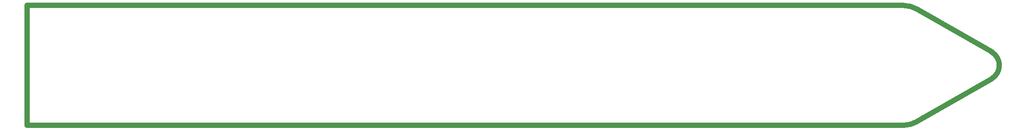
<source format=gm1>
%TF.GenerationSoftware,KiCad,Pcbnew,(6.0.4)*%
%TF.CreationDate,2022-06-07T20:54:31+01:00*%
%TF.ProjectId,soil-moisture-sensor,736f696c-2d6d-46f6-9973-747572652d73,%%version%%*%
%TF.SameCoordinates,Original*%
%TF.FileFunction,Profile,NP*%
%FSLAX46Y46*%
G04 Gerber Fmt 4.6, Leading zero omitted, Abs format (unit mm)*
G04 Created by KiCad (PCBNEW (6.0.4)) date 2022-06-07 20:54:31*
%MOMM*%
%LPD*%
G01*
G04 APERTURE LIST*
%TA.AperFunction,Profile*%
%ADD10C,1.000000*%
%TD*%
G04 APERTURE END LIST*
D10*
X232341667Y-102700001D02*
X65300000Y-102700000D01*
X249100000Y-116798075D02*
G75*
G03*
X249100000Y-111601925I-1500000J2598075D01*
G01*
X249100000Y-111601926D02*
X234841667Y-103369873D01*
X232341667Y-125699983D02*
G75*
G03*
X234841666Y-125030127I33J4999983D01*
G01*
X234841667Y-125030128D02*
X249100000Y-116798075D01*
X234841675Y-103369859D02*
G75*
G03*
X232341667Y-102700000I-2499975J-4330141D01*
G01*
X65300000Y-125700000D02*
X232341667Y-125700000D01*
X65300000Y-102700000D02*
X65300000Y-125700000D01*
M02*

</source>
